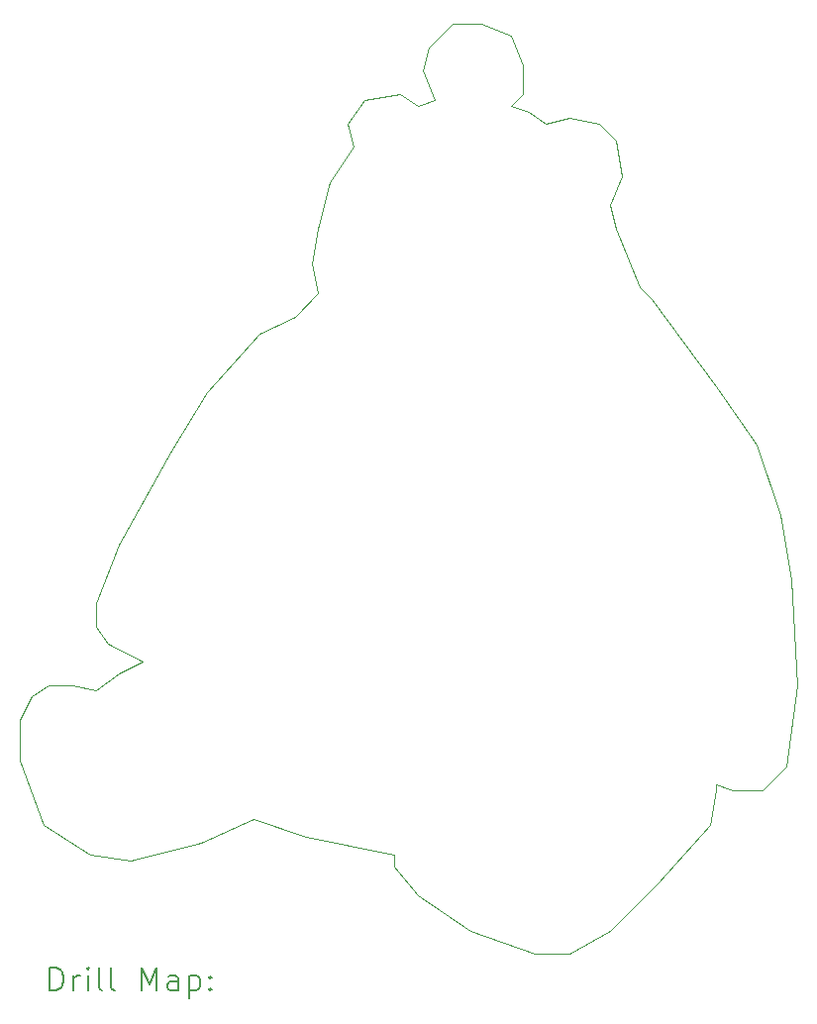
<source format=gbr>
%TF.GenerationSoftware,KiCad,Pcbnew,8.0.6*%
%TF.CreationDate,2025-05-21T14:19:44-04:00*%
%TF.ProjectId,DJUNGELSKOG Keychain,444a554e-4745-44c5-934b-4f47204b6579,rev?*%
%TF.SameCoordinates,Original*%
%TF.FileFunction,Drillmap*%
%TF.FilePolarity,Positive*%
%FSLAX45Y45*%
G04 Gerber Fmt 4.5, Leading zero omitted, Abs format (unit mm)*
G04 Created by KiCad (PCBNEW 8.0.6) date 2025-05-21 14:19:44*
%MOMM*%
%LPD*%
G01*
G04 APERTURE LIST*
%ADD10C,0.050000*%
%ADD11C,0.200000*%
G04 APERTURE END LIST*
D10*
X14900000Y-5850000D02*
X15000000Y-6100000D01*
X15000000Y-6350000D01*
X14900000Y-6450000D01*
X15050000Y-6500000D01*
X15200000Y-6600000D01*
X15400000Y-6550000D01*
X15650000Y-6600000D01*
X15800000Y-6750000D01*
X15850000Y-7050000D01*
X15750000Y-7300000D01*
X15800000Y-7500000D01*
X16000000Y-8000000D01*
X16100000Y-8100000D01*
X16650000Y-8850000D01*
X17000000Y-9350000D01*
X17200000Y-9950000D01*
X17300000Y-10500000D01*
X17350000Y-11400000D01*
X17250000Y-12100000D01*
X17050000Y-12300000D01*
X16800000Y-12300000D01*
X16650000Y-12250000D01*
X16650000Y-12300000D01*
X16600000Y-12600000D01*
X16150000Y-13100000D01*
X15750000Y-13500000D01*
X15400000Y-13700000D01*
X15100000Y-13700000D01*
X14550000Y-13500000D01*
X14100000Y-13200000D01*
X13900000Y-12950000D01*
X13900000Y-12850000D01*
X13150000Y-12700000D01*
X12700000Y-12550000D01*
X12250000Y-12750000D01*
X11650000Y-12900000D01*
X11300000Y-12850000D01*
X10900000Y-12600000D01*
X10700000Y-12050000D01*
X10700000Y-11700000D01*
X10800000Y-11500000D01*
X10950000Y-11400000D01*
X11150000Y-11400000D01*
X11350000Y-11450000D01*
X11550000Y-11300000D01*
X11750000Y-11200000D01*
X11450000Y-11050000D01*
X11350000Y-10900000D01*
X11350000Y-10700000D01*
X11550000Y-10200000D01*
X12000000Y-9400000D01*
X12300000Y-8900000D01*
X12750000Y-8400000D01*
X13050000Y-8250000D01*
X13250000Y-8050000D01*
X13200000Y-7800000D01*
X13250000Y-7500000D01*
X13350000Y-7100000D01*
X13550000Y-6800000D01*
X13500000Y-6600000D01*
X13650000Y-6400000D01*
X13950000Y-6350000D01*
X14100000Y-6450000D01*
X14250000Y-6400000D01*
X14150000Y-6150000D01*
X14200000Y-5950000D01*
X14400000Y-5750000D01*
X14650000Y-5750000D01*
X14900000Y-5850000D01*
D11*
X10958277Y-14013984D02*
X10958277Y-13813984D01*
X10958277Y-13813984D02*
X11005896Y-13813984D01*
X11005896Y-13813984D02*
X11034467Y-13823508D01*
X11034467Y-13823508D02*
X11053515Y-13842555D01*
X11053515Y-13842555D02*
X11063039Y-13861603D01*
X11063039Y-13861603D02*
X11072563Y-13899698D01*
X11072563Y-13899698D02*
X11072563Y-13928269D01*
X11072563Y-13928269D02*
X11063039Y-13966365D01*
X11063039Y-13966365D02*
X11053515Y-13985412D01*
X11053515Y-13985412D02*
X11034467Y-14004460D01*
X11034467Y-14004460D02*
X11005896Y-14013984D01*
X11005896Y-14013984D02*
X10958277Y-14013984D01*
X11158277Y-14013984D02*
X11158277Y-13880650D01*
X11158277Y-13918746D02*
X11167801Y-13899698D01*
X11167801Y-13899698D02*
X11177324Y-13890174D01*
X11177324Y-13890174D02*
X11196372Y-13880650D01*
X11196372Y-13880650D02*
X11215420Y-13880650D01*
X11282086Y-14013984D02*
X11282086Y-13880650D01*
X11282086Y-13813984D02*
X11272562Y-13823508D01*
X11272562Y-13823508D02*
X11282086Y-13833031D01*
X11282086Y-13833031D02*
X11291610Y-13823508D01*
X11291610Y-13823508D02*
X11282086Y-13813984D01*
X11282086Y-13813984D02*
X11282086Y-13833031D01*
X11405896Y-14013984D02*
X11386848Y-14004460D01*
X11386848Y-14004460D02*
X11377324Y-13985412D01*
X11377324Y-13985412D02*
X11377324Y-13813984D01*
X11510658Y-14013984D02*
X11491610Y-14004460D01*
X11491610Y-14004460D02*
X11482086Y-13985412D01*
X11482086Y-13985412D02*
X11482086Y-13813984D01*
X11739229Y-14013984D02*
X11739229Y-13813984D01*
X11739229Y-13813984D02*
X11805896Y-13956841D01*
X11805896Y-13956841D02*
X11872562Y-13813984D01*
X11872562Y-13813984D02*
X11872562Y-14013984D01*
X12053515Y-14013984D02*
X12053515Y-13909222D01*
X12053515Y-13909222D02*
X12043991Y-13890174D01*
X12043991Y-13890174D02*
X12024943Y-13880650D01*
X12024943Y-13880650D02*
X11986848Y-13880650D01*
X11986848Y-13880650D02*
X11967801Y-13890174D01*
X12053515Y-14004460D02*
X12034467Y-14013984D01*
X12034467Y-14013984D02*
X11986848Y-14013984D01*
X11986848Y-14013984D02*
X11967801Y-14004460D01*
X11967801Y-14004460D02*
X11958277Y-13985412D01*
X11958277Y-13985412D02*
X11958277Y-13966365D01*
X11958277Y-13966365D02*
X11967801Y-13947317D01*
X11967801Y-13947317D02*
X11986848Y-13937793D01*
X11986848Y-13937793D02*
X12034467Y-13937793D01*
X12034467Y-13937793D02*
X12053515Y-13928269D01*
X12148753Y-13880650D02*
X12148753Y-14080650D01*
X12148753Y-13890174D02*
X12167801Y-13880650D01*
X12167801Y-13880650D02*
X12205896Y-13880650D01*
X12205896Y-13880650D02*
X12224943Y-13890174D01*
X12224943Y-13890174D02*
X12234467Y-13899698D01*
X12234467Y-13899698D02*
X12243991Y-13918746D01*
X12243991Y-13918746D02*
X12243991Y-13975888D01*
X12243991Y-13975888D02*
X12234467Y-13994936D01*
X12234467Y-13994936D02*
X12224943Y-14004460D01*
X12224943Y-14004460D02*
X12205896Y-14013984D01*
X12205896Y-14013984D02*
X12167801Y-14013984D01*
X12167801Y-14013984D02*
X12148753Y-14004460D01*
X12329705Y-13994936D02*
X12339229Y-14004460D01*
X12339229Y-14004460D02*
X12329705Y-14013984D01*
X12329705Y-14013984D02*
X12320182Y-14004460D01*
X12320182Y-14004460D02*
X12329705Y-13994936D01*
X12329705Y-13994936D02*
X12329705Y-14013984D01*
X12329705Y-13890174D02*
X12339229Y-13899698D01*
X12339229Y-13899698D02*
X12329705Y-13909222D01*
X12329705Y-13909222D02*
X12320182Y-13899698D01*
X12320182Y-13899698D02*
X12329705Y-13890174D01*
X12329705Y-13890174D02*
X12329705Y-13909222D01*
M02*

</source>
